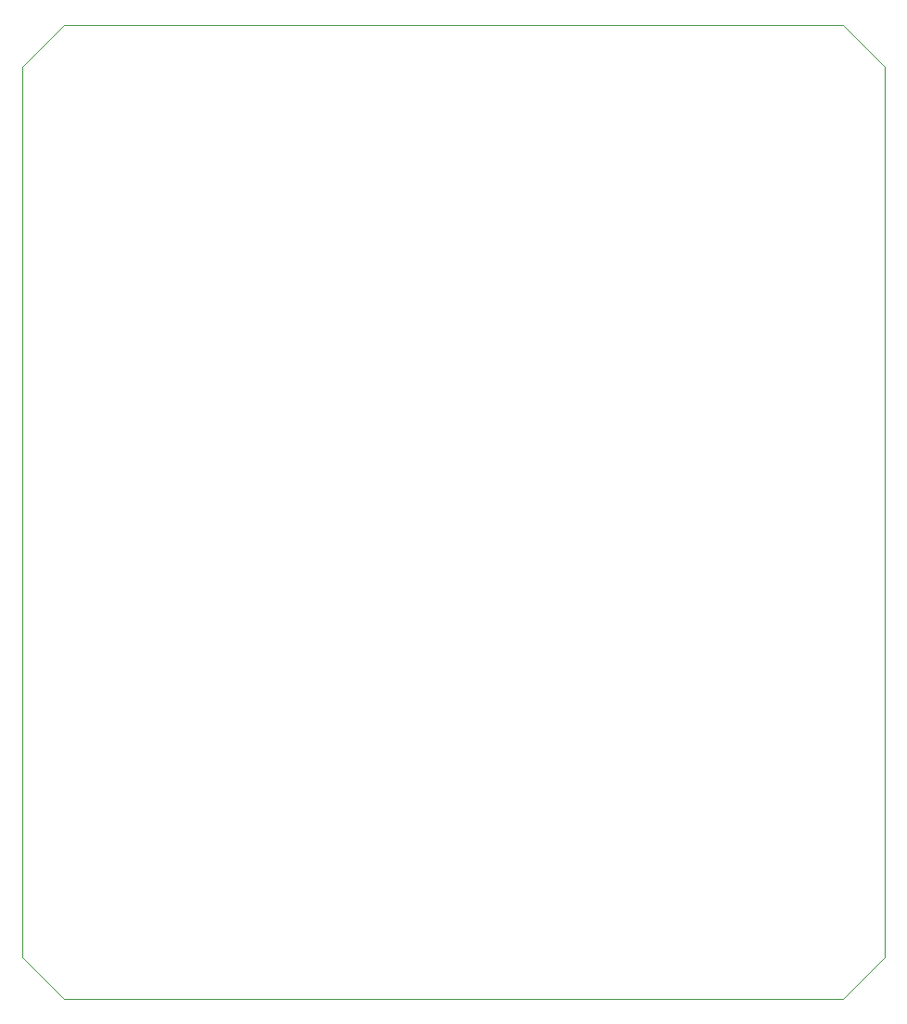
<source format=gbr>
G04 #@! TF.GenerationSoftware,KiCad,Pcbnew,(5.1.2)-2*
G04 #@! TF.CreationDate,2020-01-01T19:17:51+08:00*
G04 #@! TF.ProjectId,redox-receiver,7265646f-782d-4726-9563-65697665722e,rev?*
G04 #@! TF.SameCoordinates,Original*
G04 #@! TF.FileFunction,Profile,NP*
%FSLAX46Y46*%
G04 Gerber Fmt 4.6, Leading zero omitted, Abs format (unit mm)*
G04 Created by KiCad (PCBNEW (5.1.2)-2) date 2020-01-01 19:17:51*
%MOMM*%
%LPD*%
G04 APERTURE LIST*
%ADD10C,0.100000*%
G04 APERTURE END LIST*
D10*
X149860000Y-58420000D02*
X153670000Y-62230000D01*
X149860000Y-147320000D02*
X153670000Y-143510000D01*
X74930000Y-143510000D02*
X78740000Y-147320000D01*
X78740000Y-58420000D02*
X74930000Y-62230000D01*
X153670000Y-62230000D02*
X153670000Y-143510000D01*
X78740000Y-58420000D02*
X149860000Y-58420000D01*
X74930000Y-143510000D02*
X74930000Y-62230000D01*
X149860000Y-147320000D02*
X78740000Y-147320000D01*
M02*

</source>
